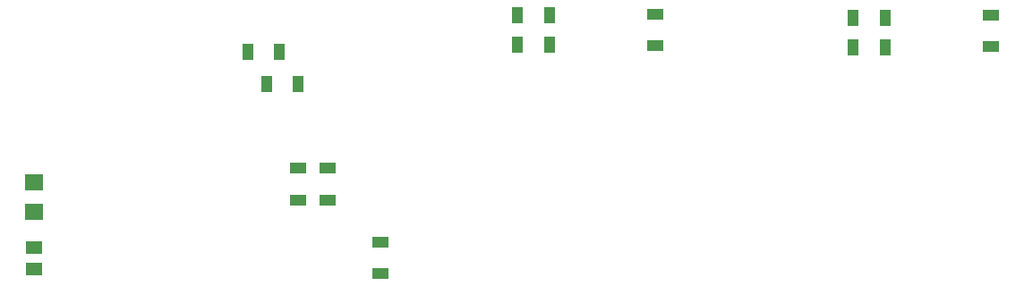
<source format=gtp>
G04 Layer_Color=8421504*
%FSLAX25Y25*%
%MOIN*%
G70*
G01*
G75*
%ADD10R,0.06299X0.04724*%
%ADD11R,0.07087X0.06299*%
%ADD12R,0.06299X0.03937*%
%ADD13R,0.03937X0.06299*%
D10*
X23622Y22638D02*
D03*
Y14764D02*
D03*
D11*
Y35827D02*
D03*
Y46850D02*
D03*
D12*
X380020Y97638D02*
D03*
Y109449D02*
D03*
X122047Y40354D02*
D03*
Y52165D02*
D03*
X132874D02*
D03*
Y40354D02*
D03*
X152559Y12795D02*
D03*
Y24606D02*
D03*
X254921Y97835D02*
D03*
Y109646D02*
D03*
D13*
X110236Y83661D02*
D03*
X122047D02*
D03*
X103347Y95472D02*
D03*
X115157D02*
D03*
X215551Y98425D02*
D03*
X203740D02*
D03*
Y109252D02*
D03*
X215551D02*
D03*
X340551Y97441D02*
D03*
X328740D02*
D03*
X328740Y108268D02*
D03*
X340551D02*
D03*
M02*

</source>
